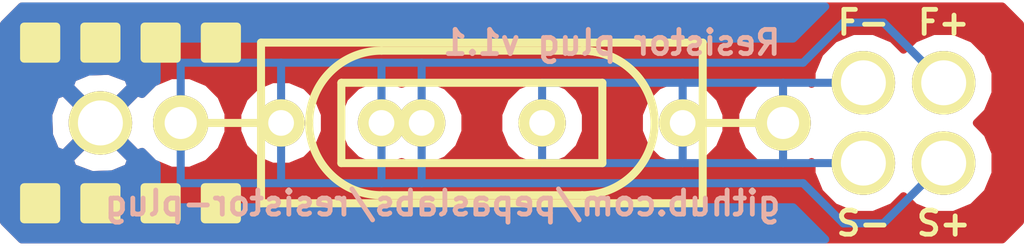
<source format=kicad_pcb>
(kicad_pcb (version 3) (host pcbnew "(22-Jun-2014 BZR 4027)-stable")

  (general
    (links 9)
    (no_connects 0)
    (area 0 0 0 0)
    (thickness 1.6)
    (drawings 6)
    (tracks 34)
    (zones 0)
    (modules 7)
    (nets 4)
  )

  (page A3)
  (layers
    (15 F.Cu signal)
    (0 B.Cu signal)
    (16 B.Adhes user)
    (17 F.Adhes user)
    (18 B.Paste user)
    (19 F.Paste user)
    (20 B.SilkS user)
    (21 F.SilkS user)
    (22 B.Mask user)
    (23 F.Mask user)
    (24 Dwgs.User user)
    (25 Cmts.User user)
    (26 Eco1.User user)
    (27 Eco2.User user)
    (28 Edge.Cuts user)
  )

  (setup
    (last_trace_width 0.254)
    (user_trace_width 0.381)
    (user_trace_width 0.508)
    (user_trace_width 0.635)
    (user_trace_width 0.762)
    (user_trace_width 1.016)
    (user_trace_width 1.27)
    (user_trace_width 2.54)
    (trace_clearance 0.254)
    (zone_clearance 0.508)
    (zone_45_only no)
    (trace_min 0.254)
    (segment_width 0.2)
    (edge_width 0.1)
    (via_size 0.889)
    (via_drill 0.635)
    (via_min_size 0.889)
    (via_min_drill 0.508)
    (uvia_size 0.508)
    (uvia_drill 0.127)
    (uvias_allowed no)
    (uvia_min_size 0.508)
    (uvia_min_drill 0.127)
    (pcb_text_width 0.3)
    (pcb_text_size 1.5 1.5)
    (mod_edge_width 0.254)
    (mod_text_size 1 1)
    (mod_text_width 0.15)
    (pad_size 0.8128 0.8128)
    (pad_drill 0)
    (pad_to_mask_clearance 0)
    (aux_axis_origin 0 0)
    (visible_elements FFFFFFBF)
    (pcbplotparams
      (layerselection 284196865)
      (usegerberextensions true)
      (excludeedgelayer true)
      (linewidth 0.150000)
      (plotframeref false)
      (viasonmask false)
      (mode 1)
      (useauxorigin false)
      (hpglpennumber 1)
      (hpglpenspeed 20)
      (hpglpendiameter 15)
      (hpglpenoverlay 2)
      (psnegative false)
      (psa4output false)
      (plotreference true)
      (plotvalue true)
      (plotothertext true)
      (plotinvisibletext false)
      (padsonsilk false)
      (subtractmaskfromsilk false)
      (outputformat 1)
      (mirror false)
      (drillshape 0)
      (scaleselection 1)
      (outputdirectory gerbers))
  )

  (net 0 "")
  (net 1 GND)
  (net 2 N-000001)
  (net 3 N-000003)

  (net_class Default "This is the default net class."
    (clearance 0.254)
    (trace_width 0.254)
    (via_dia 0.889)
    (via_drill 0.635)
    (uvia_dia 0.508)
    (uvia_drill 0.127)
    (add_net "")
    (add_net GND)
    (add_net N-000001)
    (add_net N-000003)
  )

  (module R_BOX_HERMETIC_AXIAL_05_PL (layer F.Cu) (tedit 5AECE034) (tstamp 5AECDFA5)
    (at 168.91 96.52)
    (descr "Fits Vishay foil, Vishay hermetic, AE foil, and axial resistors.  0.15\", 0.2\" and 0.5\" lead spacing.")
    (path /5AECDEDF)
    (fp_text reference R1 (at -2.54 -3.048) (layer F.SilkS) hide
      (effects (font (size 0.762 0.762) (thickness 0.1524)))
    )
    (fp_text value R (at 3.175 -3.048) (layer F.SilkS) hide
      (effects (font (size 0.762 0.762) (thickness 0.1524)))
    )
    (fp_line (start 3.81 1.27) (end -4.445 1.27) (layer F.SilkS) (width 0.254))
    (fp_line (start -4.445 -1.27) (end 3.81 -1.27) (layer F.SilkS) (width 0.254))
    (fp_line (start 3.175 2.286) (end -3.175 2.286) (layer F.SilkS) (width 0.254))
    (fp_line (start -3.175 -2.286) (end 3.175 -2.286) (layer F.SilkS) (width 0.254))
    (fp_arc (start 3.175 0) (end 3.175 -2.286) (angle 90) (layer F.SilkS) (width 0.254))
    (fp_arc (start 3.175 0) (end 5.461 0) (angle 90) (layer F.SilkS) (width 0.254))
    (fp_arc (start -3.175 0) (end -3.175 2.286) (angle 90) (layer F.SilkS) (width 0.254))
    (fp_arc (start -3.175 0) (end -5.461 0) (angle 90) (layer F.SilkS) (width 0.254))
    (fp_arc (start 3.175 0) (end 3.175 -2.286) (angle 90) (layer F.SilkS) (width 0.254))
    (fp_line (start 3.81 -1.27) (end 3.81 1.27) (layer F.SilkS) (width 0.254))
    (fp_line (start -4.445 1.27) (end -4.445 -1.27) (layer F.SilkS) (width 0.254))
    (pad 1 thru_hole circle (at -3.175 0) (size 1.4986 1.4986) (drill 0.8128)
      (layers *.Cu *.Mask F.SilkS)
      (net 3 N-000003)
    )
    (pad 2 thru_hole circle (at 1.905 0) (size 1.4986 1.4986) (drill 0.8128)
      (layers *.Cu *.Mask F.SilkS)
      (net 2 N-000001)
    )
    (pad 1 thru_hole circle (at -1.905 0) (size 1.4986 1.4986) (drill 0.8128)
      (layers *.Cu *.Mask F.SilkS)
      (net 3 N-000003)
    )
    (pad 2 thru_hole circle (at 6.35 0) (size 1.4986 1.4986) (drill 0.8128)
      (layers *.Cu *.Mask F.SilkS)
      (net 2 N-000001)
    )
    (pad 1 thru_hole circle (at -6.35 0) (size 1.4986 1.4986) (drill 0.8128)
      (layers *.Cu *.Mask F.SilkS)
      (net 3 N-000003)
    )
  )

  (module 1pin_056_079 (layer F.Cu) (tedit 5AE41053) (tstamp 5AECDFAA)
    (at 156.845 96.52)
    (descr "1 pin, 0.056\" drill, 0.079\" round pad")
    (path /5AECDDAC)
    (fp_text reference P1 (at 0 -2.54) (layer F.SilkS) hide
      (effects (font (size 1.016 1.016) (thickness 0.254)))
    )
    (fp_text value CONN_1X1 (at 0 2.54) (layer F.SilkS) hide
      (effects (font (size 1.016 1.016) (thickness 0.254)))
    )
    (pad 1 thru_hole circle (at 0 0) (size 2.0066 2.0066) (drill 1.4224)
      (layers *.Cu *.Mask F.SilkS)
      (net 1 GND)
    )
  )

  (module 1pin_056_079 (layer F.Cu) (tedit 5AE41053) (tstamp 5AECDFAF)
    (at 183.515 97.79)
    (descr "1 pin, 0.056\" drill, 0.079\" round pad")
    (path /5AECDEF8)
    (fp_text reference P4 (at 0 -2.54) (layer F.SilkS) hide
      (effects (font (size 1.016 1.016) (thickness 0.254)))
    )
    (fp_text value CONN_1X1 (at 0 2.54) (layer F.SilkS) hide
      (effects (font (size 1.016 1.016) (thickness 0.254)))
    )
    (pad 1 thru_hole circle (at 0 0) (size 2.0066 2.0066) (drill 1.4224)
      (layers *.Cu *.Mask F.SilkS)
      (net 3 N-000003)
    )
  )

  (module 1pin_056_079 (layer F.Cu) (tedit 5AE41053) (tstamp 5AECDFB4)
    (at 183.515 95.25)
    (descr "1 pin, 0.056\" drill, 0.079\" round pad")
    (path /5AECDF0F)
    (fp_text reference P2 (at 0 -2.54) (layer F.SilkS) hide
      (effects (font (size 1.016 1.016) (thickness 0.254)))
    )
    (fp_text value CONN_1X1 (at 0 2.54) (layer F.SilkS) hide
      (effects (font (size 1.016 1.016) (thickness 0.254)))
    )
    (pad 1 thru_hole circle (at 0 0) (size 2.0066 2.0066) (drill 1.4224)
      (layers *.Cu *.Mask F.SilkS)
      (net 3 N-000003)
    )
  )

  (module 1pin_056_079 (layer F.Cu) (tedit 5AE41053) (tstamp 5AECDFB9)
    (at 180.975 95.25)
    (descr "1 pin, 0.056\" drill, 0.079\" round pad")
    (path /5AECDF15)
    (fp_text reference P5 (at 0 -2.54) (layer F.SilkS) hide
      (effects (font (size 1.016 1.016) (thickness 0.254)))
    )
    (fp_text value CONN_1X1 (at 0 2.54) (layer F.SilkS) hide
      (effects (font (size 1.016 1.016) (thickness 0.254)))
    )
    (pad 1 thru_hole circle (at 0 0) (size 2.0066 2.0066) (drill 1.4224)
      (layers *.Cu *.Mask F.SilkS)
      (net 2 N-000001)
    )
  )

  (module 1pin_056_079 (layer F.Cu) (tedit 5AE41053) (tstamp 5AECDFBE)
    (at 180.975 97.79)
    (descr "1 pin, 0.056\" drill, 0.079\" round pad")
    (path /5AECDF1B)
    (fp_text reference P3 (at 0 -2.54) (layer F.SilkS) hide
      (effects (font (size 1.016 1.016) (thickness 0.254)))
    )
    (fp_text value CONN_1X1 (at 0 2.54) (layer F.SilkS) hide
      (effects (font (size 1.016 1.016) (thickness 0.254)))
    )
    (pad 1 thru_hole circle (at 0 0) (size 2.0066 2.0066) (drill 1.4224)
      (layers *.Cu *.Mask F.SilkS)
      (net 2 N-000001)
    )
  )

  (module R_AXIAL_WW_069A_075_PL (layer F.Cu) (tedit 5AECE043) (tstamp 5AECE01F)
    (at 159.385 96.52)
    (descr "Resistor Axial Wirewound 0.75\"")
    (tags R)
    (path /5AECDFC3)
    (autoplace_cost180 10)
    (fp_text reference R2 (at 5.715 0) (layer F.SilkS) hide
      (effects (font (size 0.762 0.762) (thickness 0.1524)))
    )
    (fp_text value R (at 13.335 0) (layer F.SilkS) hide
      (effects (font (size 0.762 0.762) (thickness 0.1524)))
    )
    (fp_line (start 2.54 2.54) (end 2.54 -2.54) (layer F.SilkS) (width 0.254))
    (fp_line (start 16.51 -2.54) (end 16.51 2.54) (layer F.SilkS) (width 0.254))
    (fp_line (start 16.51 0) (end 19.05 0) (layer F.SilkS) (width 0.254))
    (fp_line (start 0 0) (end 2.54 0) (layer F.SilkS) (width 0.254))
    (fp_line (start 2.54 -2.54) (end 16.51 -2.54) (layer F.SilkS) (width 0.254))
    (fp_line (start 16.51 2.54) (end 2.54 2.54) (layer F.SilkS) (width 0.254))
    (pad 1 thru_hole circle (at 0 0) (size 1.7526 1.7526) (drill 1.016)
      (layers *.Cu *.Mask F.SilkS)
      (net 3 N-000003)
    )
    (pad 2 thru_hole circle (at 19.05 0) (size 1.7526 1.7526) (drill 1.016)
      (layers *.Cu *.Mask F.SilkS)
      (net 2 N-000001)
    )
    (model discret/resistor.wrl
      (at (xyz 0 0 0))
      (scale (xyz 0.4 0.4 0.4))
      (rotate (xyz 0 0 0))
    )
  )

  (gr_text "Resistor plug v1.1" (at 178.435 93.98) (layer B.SilkS)
    (effects (font (size 0.762 0.762) (thickness 0.1524)) (justify left mirror))
  )
  (gr_text github.com/pepaslabs/resistor-plug (at 178.435 99.06) (layer B.SilkS)
    (effects (font (size 0.762 0.762) (thickness 0.1524)) (justify left mirror))
  )
  (gr_text S- (at 180.975 99.695) (layer F.SilkS)
    (effects (font (size 0.762 0.762) (thickness 0.1524)))
  )
  (gr_text S+ (at 183.515 99.695) (layer F.SilkS)
    (effects (font (size 0.762 0.762) (thickness 0.1524)))
  )
  (gr_text F- (at 180.975 93.345) (layer F.SilkS)
    (effects (font (size 0.762 0.762) (thickness 0.1524)))
  )
  (gr_text F+ (at 183.515 93.345) (layer F.SilkS)
    (effects (font (size 0.762 0.762) (thickness 0.1524)))
  )

  (segment (start 175.26 97.79) (end 170.815 97.79) (width 0.254) (layer B.Cu) (net 2))
  (segment (start 170.815 97.79) (end 170.815 96.52) (width 0.254) (layer B.Cu) (net 2) (tstamp 5AECE2DF))
  (segment (start 178.435 97.79) (end 175.26 97.79) (width 0.254) (layer B.Cu) (net 2))
  (segment (start 175.26 97.79) (end 175.26 96.52) (width 0.254) (layer B.Cu) (net 2) (tstamp 5AECE2DB))
  (segment (start 175.26 95.25) (end 170.815 95.25) (width 0.254) (layer B.Cu) (net 2))
  (segment (start 170.815 95.25) (end 170.815 96.52) (width 0.254) (layer B.Cu) (net 2) (tstamp 5AECE2C8))
  (segment (start 178.435 95.25) (end 175.26 95.25) (width 0.254) (layer B.Cu) (net 2))
  (segment (start 175.26 95.25) (end 175.26 96.52) (width 0.254) (layer B.Cu) (net 2) (tstamp 5AECE2C4))
  (segment (start 180.975 97.79) (end 178.435 97.79) (width 0.254) (layer B.Cu) (net 2))
  (segment (start 178.435 97.79) (end 178.435 96.52) (width 0.254) (layer B.Cu) (net 2) (tstamp 5AECE2C0))
  (segment (start 180.975 95.25) (end 178.435 95.25) (width 0.254) (layer B.Cu) (net 2))
  (segment (start 178.435 95.25) (end 178.435 96.52) (width 0.254) (layer B.Cu) (net 2) (tstamp 5AECE2BB))
  (segment (start 162.56 94.615) (end 159.385 94.615) (width 0.254) (layer B.Cu) (net 3))
  (segment (start 159.385 94.615) (end 159.385 96.52) (width 0.254) (layer B.Cu) (net 3) (tstamp 5AECE308))
  (segment (start 165.735 94.615) (end 162.56 94.615) (width 0.254) (layer B.Cu) (net 3))
  (segment (start 162.56 94.615) (end 162.56 96.52) (width 0.254) (layer B.Cu) (net 3) (tstamp 5AECE305))
  (segment (start 167.005 94.615) (end 165.735 94.615) (width 0.254) (layer B.Cu) (net 3))
  (segment (start 165.735 94.615) (end 165.735 96.52) (width 0.254) (layer B.Cu) (net 3) (tstamp 5AECE302))
  (segment (start 183.515 95.25) (end 181.61 93.345) (width 0.254) (layer B.Cu) (net 3))
  (segment (start 167.005 94.615) (end 167.005 96.52) (width 0.254) (layer B.Cu) (net 3) (tstamp 5AECE2FE))
  (segment (start 179.07 94.615) (end 167.005 94.615) (width 0.254) (layer B.Cu) (net 3) (tstamp 5AECE2FD))
  (segment (start 180.34 93.345) (end 179.07 94.615) (width 0.254) (layer B.Cu) (net 3) (tstamp 5AECE2FC))
  (segment (start 181.61 93.345) (end 180.34 93.345) (width 0.254) (layer B.Cu) (net 3) (tstamp 5AECE2FA))
  (segment (start 162.56 98.425) (end 159.385 98.425) (width 0.254) (layer B.Cu) (net 3))
  (segment (start 159.385 98.425) (end 159.385 96.52) (width 0.254) (layer B.Cu) (net 3) (tstamp 5AECE2F5))
  (segment (start 165.735 98.425) (end 162.56 98.425) (width 0.254) (layer B.Cu) (net 3))
  (segment (start 162.56 98.425) (end 162.56 96.52) (width 0.254) (layer B.Cu) (net 3) (tstamp 5AECE2F1))
  (segment (start 167.005 98.425) (end 165.735 98.425) (width 0.254) (layer B.Cu) (net 3))
  (segment (start 165.735 98.425) (end 165.735 96.52) (width 0.254) (layer B.Cu) (net 3) (tstamp 5AECE2ED))
  (segment (start 183.515 97.79) (end 181.61 99.695) (width 0.254) (layer B.Cu) (net 3))
  (segment (start 167.005 98.425) (end 167.005 96.52) (width 0.254) (layer B.Cu) (net 3) (tstamp 5AECE2E8))
  (segment (start 179.07 98.425) (end 167.005 98.425) (width 0.254) (layer B.Cu) (net 3) (tstamp 5AECE2E7))
  (segment (start 180.34 99.695) (end 179.07 98.425) (width 0.254) (layer B.Cu) (net 3) (tstamp 5AECE2E6))
  (segment (start 181.61 99.695) (end 180.34 99.695) (width 0.254) (layer B.Cu) (net 3) (tstamp 5AECE2E3))

  (zone (net 1) (net_name GND) (layer F.Cu) (tstamp 5AECE1B7) (hatch edge 0.508)
    (connect_pads (clearance 0.508))
    (min_thickness 0.254)
    (fill (arc_segments 16) (thermal_gap 0.508) (thermal_bridge_width 0.508))
    (polygon
      (pts
        (xy 186.055 99.695) (xy 185.42 100.33) (xy 154.305 100.33) (xy 153.67 99.695) (xy 153.67 93.345)
        (xy 154.305 92.71) (xy 185.42 92.71) (xy 186.055 93.345)
      )
    )
    (filled_polygon
      (pts
        (xy 185.928 99.642395) (xy 185.367395 100.203) (xy 185.153584 100.203) (xy 185.153584 97.465552) (xy 184.904693 96.86319)
        (xy 184.561906 96.519805) (xy 184.903073 96.179234) (xy 185.153015 95.577308) (xy 185.153584 94.925552) (xy 184.904693 94.32319)
        (xy 184.444234 93.861927) (xy 183.842308 93.611985) (xy 183.190552 93.611416) (xy 182.58819 93.860307) (xy 182.244805 94.203093)
        (xy 181.904234 93.861927) (xy 181.302308 93.611985) (xy 180.650552 93.611416) (xy 180.04819 93.860307) (xy 179.586927 94.320766)
        (xy 179.336985 94.922692) (xy 179.336669 95.284076) (xy 179.2922 95.239529) (xy 178.736935 95.008963) (xy 178.135703 95.008438)
        (xy 177.580036 95.238035) (xy 177.154529 95.6628) (xy 176.923963 96.218065) (xy 176.923438 96.819297) (xy 177.153035 97.374964)
        (xy 177.5778 97.800471) (xy 178.133065 98.031037) (xy 178.734297 98.031562) (xy 179.289964 97.801965) (xy 179.336729 97.75528)
        (xy 179.336416 98.114448) (xy 179.585307 98.71681) (xy 180.045766 99.178073) (xy 180.647692 99.428015) (xy 181.299448 99.428584)
        (xy 181.90181 99.179693) (xy 182.245194 98.836906) (xy 182.585766 99.178073) (xy 183.187692 99.428015) (xy 183.839448 99.428584)
        (xy 184.44181 99.179693) (xy 184.903073 98.719234) (xy 185.153015 98.117308) (xy 185.153584 97.465552) (xy 185.153584 100.203)
        (xy 176.64454 100.203) (xy 176.64454 96.245854) (xy 176.434237 95.736881) (xy 176.045167 95.347132) (xy 175.536562 95.135941)
        (xy 174.985854 95.13546) (xy 174.476881 95.345763) (xy 174.087132 95.734833) (xy 173.875941 96.243438) (xy 173.87546 96.794146)
        (xy 174.085763 97.303119) (xy 174.474833 97.692868) (xy 174.983438 97.904059) (xy 175.534146 97.90454) (xy 176.043119 97.694237)
        (xy 176.432868 97.305167) (xy 176.644059 96.796562) (xy 176.64454 96.245854) (xy 176.64454 100.203) (xy 172.19954 100.203)
        (xy 172.19954 96.245854) (xy 171.989237 95.736881) (xy 171.600167 95.347132) (xy 171.091562 95.135941) (xy 170.540854 95.13546)
        (xy 170.031881 95.345763) (xy 169.642132 95.734833) (xy 169.430941 96.243438) (xy 169.43046 96.794146) (xy 169.640763 97.303119)
        (xy 170.029833 97.692868) (xy 170.538438 97.904059) (xy 171.089146 97.90454) (xy 171.598119 97.694237) (xy 171.987868 97.305167)
        (xy 172.199059 96.796562) (xy 172.19954 96.245854) (xy 172.19954 100.203) (xy 168.38954 100.203) (xy 168.38954 96.245854)
        (xy 168.179237 95.736881) (xy 167.790167 95.347132) (xy 167.281562 95.135941) (xy 166.730854 95.13546) (xy 166.369739 95.284669)
        (xy 166.011562 95.135941) (xy 165.460854 95.13546) (xy 164.951881 95.345763) (xy 164.562132 95.734833) (xy 164.350941 96.243438)
        (xy 164.35046 96.794146) (xy 164.560763 97.303119) (xy 164.949833 97.692868) (xy 165.458438 97.904059) (xy 166.009146 97.90454)
        (xy 166.37026 97.75533) (xy 166.728438 97.904059) (xy 167.279146 97.90454) (xy 167.788119 97.694237) (xy 168.177868 97.305167)
        (xy 168.389059 96.796562) (xy 168.38954 96.245854) (xy 168.38954 100.203) (xy 163.94454 100.203) (xy 163.94454 96.245854)
        (xy 163.734237 95.736881) (xy 163.345167 95.347132) (xy 162.836562 95.135941) (xy 162.285854 95.13546) (xy 161.776881 95.345763)
        (xy 161.387132 95.734833) (xy 161.175941 96.243438) (xy 161.17546 96.794146) (xy 161.385763 97.303119) (xy 161.774833 97.692868)
        (xy 162.283438 97.904059) (xy 162.834146 97.90454) (xy 163.343119 97.694237) (xy 163.732868 97.305167) (xy 163.944059 96.796562)
        (xy 163.94454 96.245854) (xy 163.94454 100.203) (xy 160.896562 100.203) (xy 160.896562 96.220703) (xy 160.666965 95.665036)
        (xy 160.2422 95.239529) (xy 159.686935 95.008963) (xy 159.085703 95.008438) (xy 158.530036 95.238035) (xy 158.162473 95.604956)
        (xy 157.999918 95.544687) (xy 157.820313 95.724292) (xy 157.820313 95.365082) (xy 157.721247 95.097884) (xy 157.110326 94.870811)
        (xy 156.459012 94.894812) (xy 155.968753 95.097884) (xy 155.869687 95.365082) (xy 156.845 96.340395) (xy 157.820313 95.365082)
        (xy 157.820313 95.724292) (xy 157.024605 96.52) (xy 157.999918 97.495313) (xy 158.162865 97.434898) (xy 158.5278 97.800471)
        (xy 159.083065 98.031037) (xy 159.684297 98.031562) (xy 160.239964 97.801965) (xy 160.665471 97.3772) (xy 160.896037 96.821935)
        (xy 160.896562 96.220703) (xy 160.896562 100.203) (xy 157.820313 100.203) (xy 157.820313 97.674918) (xy 156.845 96.699605)
        (xy 156.665395 96.87921) (xy 156.665395 96.52) (xy 155.690082 95.544687) (xy 155.422884 95.643753) (xy 155.195811 96.254674)
        (xy 155.219812 96.905988) (xy 155.422884 97.396247) (xy 155.690082 97.495313) (xy 156.665395 96.52) (xy 156.665395 96.87921)
        (xy 155.869687 97.674918) (xy 155.968753 97.942116) (xy 156.579674 98.169189) (xy 157.230988 98.145188) (xy 157.721247 97.942116)
        (xy 157.820313 97.674918) (xy 157.820313 100.203) (xy 154.357605 100.203) (xy 153.797 99.642395) (xy 153.797 93.397605)
        (xy 154.357605 92.837) (xy 185.367395 92.837) (xy 185.928 93.397605) (xy 185.928 99.642395)
      )
    )
  )
  (zone (net 1) (net_name GND) (layer B.Cu) (tstamp 5AECE330) (hatch edge 0.508)
    (connect_pads (clearance 0.508))
    (min_thickness 0.254)
    (fill (arc_segments 16) (thermal_gap 0.508) (thermal_bridge_width 0.508))
    (polygon
      (pts
        (xy 186.055 99.695) (xy 185.42 100.33) (xy 154.305 100.33) (xy 153.67 99.695) (xy 153.67 93.345)
        (xy 154.305 92.71) (xy 185.42 92.71) (xy 186.055 93.345)
      )
    )
    (filled_polygon
      (pts
        (xy 179.770369 100.203) (xy 157.820313 100.203) (xy 157.820313 97.674918) (xy 156.845 96.699605) (xy 156.665395 96.87921)
        (xy 156.665395 96.52) (xy 155.690082 95.544687) (xy 155.422884 95.643753) (xy 155.195811 96.254674) (xy 155.219812 96.905988)
        (xy 155.422884 97.396247) (xy 155.690082 97.495313) (xy 156.665395 96.52) (xy 156.665395 96.87921) (xy 155.869687 97.674918)
        (xy 155.968753 97.942116) (xy 156.579674 98.169189) (xy 157.230988 98.145188) (xy 157.721247 97.942116) (xy 157.820313 97.674918)
        (xy 157.820313 100.203) (xy 154.357605 100.203) (xy 153.797 99.642395) (xy 153.797 93.397605) (xy 154.357605 92.837)
        (xy 179.770369 92.837) (xy 178.754369 93.853) (xy 167.005 93.853) (xy 165.735 93.853) (xy 162.56 93.853)
        (xy 159.385 93.853) (xy 159.093395 93.911004) (xy 158.846185 94.076185) (xy 158.681004 94.323395) (xy 158.623 94.615)
        (xy 158.623 95.199623) (xy 158.530036 95.238035) (xy 158.162473 95.604956) (xy 157.999918 95.544687) (xy 157.820313 95.724292)
        (xy 157.820313 95.365082) (xy 157.721247 95.097884) (xy 157.110326 94.870811) (xy 156.459012 94.894812) (xy 155.968753 95.097884)
        (xy 155.869687 95.365082) (xy 156.845 96.340395) (xy 157.820313 95.365082) (xy 157.820313 95.724292) (xy 157.024605 96.52)
        (xy 157.999918 97.495313) (xy 158.162865 97.434898) (xy 158.5278 97.800471) (xy 158.623 97.840001) (xy 158.623 98.425)
        (xy 158.681004 98.716605) (xy 158.846185 98.963815) (xy 159.093395 99.128996) (xy 159.385 99.187) (xy 162.56 99.187)
        (xy 165.735 99.187) (xy 167.005 99.187) (xy 178.754369 99.187) (xy 179.770369 100.203)
      )
    )
  )
  (zone (net 0) (net_name "") (layer F.SilkS) (tstamp 5AECE554) (hatch edge 0.508)
    (connect_pads (clearance 0.508))
    (min_thickness 0.254)
    (fill (arc_segments 16) (thermal_gap 0.508) (thermal_bridge_width 0.508))
    (polygon
      (pts
        (xy 155.575 94.615) (xy 154.305 94.615) (xy 154.305 93.345) (xy 155.575 93.345)
      )
    )
    (filled_polygon
      (pts
        (xy 155.448 94.488) (xy 154.432 94.488) (xy 154.432 93.472) (xy 155.448 93.472) (xy 155.448 94.488)
      )
    )
  )
  (zone (net 0) (net_name "") (layer F.SilkS) (tstamp 5AECE55D) (hatch edge 0.508)
    (connect_pads (clearance 0.508))
    (min_thickness 0.254)
    (fill (arc_segments 16) (thermal_gap 0.508) (thermal_bridge_width 0.508))
    (polygon
      (pts
        (xy 157.48 94.615) (xy 156.21 94.615) (xy 156.21 93.345) (xy 157.48 93.345)
      )
    )
    (filled_polygon
      (pts
        (xy 157.353 94.488) (xy 156.337 94.488) (xy 156.337 93.472) (xy 157.353 93.472) (xy 157.353 94.488)
      )
    )
  )
  (zone (net 0) (net_name "") (layer F.SilkS) (tstamp 5AECE564) (hatch edge 0.508)
    (connect_pads (clearance 0.508))
    (min_thickness 0.254)
    (fill (arc_segments 16) (thermal_gap 0.508) (thermal_bridge_width 0.508))
    (polygon
      (pts
        (xy 159.385 94.615) (xy 158.115 94.615) (xy 158.115 93.345) (xy 159.385 93.345)
      )
    )
    (filled_polygon
      (pts
        (xy 159.258 94.488) (xy 158.242 94.488) (xy 158.242 93.472) (xy 159.258 93.472) (xy 159.258 94.488)
      )
    )
  )
  (zone (net 0) (net_name "") (layer F.SilkS) (tstamp 5AECE56B) (hatch edge 0.508)
    (connect_pads (clearance 0.508))
    (min_thickness 0.254)
    (fill (arc_segments 16) (thermal_gap 0.508) (thermal_bridge_width 0.508))
    (polygon
      (pts
        (xy 161.29 94.615) (xy 160.02 94.615) (xy 160.02 93.345) (xy 161.29 93.345)
      )
    )
    (filled_polygon
      (pts
        (xy 161.163 94.488) (xy 160.147 94.488) (xy 160.147 93.472) (xy 161.163 93.472) (xy 161.163 94.488)
      )
    )
  )
  (zone (net 0) (net_name "") (layer F.SilkS) (tstamp 5AECE577) (hatch edge 0.508)
    (connect_pads (clearance 0.508))
    (min_thickness 0.254)
    (fill (arc_segments 16) (thermal_gap 0.508) (thermal_bridge_width 0.508))
    (polygon
      (pts
        (xy 155.575 99.695) (xy 154.305 99.695) (xy 154.305 98.425) (xy 155.575 98.425)
      )
    )
    (filled_polygon
      (pts
        (xy 155.448 99.568) (xy 154.432 99.568) (xy 154.432 98.552) (xy 155.448 98.552) (xy 155.448 99.568)
      )
    )
  )
  (zone (net 0) (net_name "") (layer F.SilkS) (tstamp 5AECE580) (hatch edge 0.508)
    (connect_pads (clearance 0.508))
    (min_thickness 0.254)
    (fill (arc_segments 16) (thermal_gap 0.508) (thermal_bridge_width 0.508))
    (polygon
      (pts
        (xy 157.48 99.695) (xy 156.21 99.695) (xy 156.21 98.425) (xy 157.48 98.425)
      )
    )
    (filled_polygon
      (pts
        (xy 157.353 99.568) (xy 156.337 99.568) (xy 156.337 98.552) (xy 157.353 98.552) (xy 157.353 99.568)
      )
    )
  )
  (zone (net 0) (net_name "") (layer F.SilkS) (tstamp 5AECE589) (hatch edge 0.508)
    (connect_pads (clearance 0.508))
    (min_thickness 0.254)
    (fill (arc_segments 16) (thermal_gap 0.508) (thermal_bridge_width 0.508))
    (polygon
      (pts
        (xy 159.385 99.695) (xy 158.115 99.695) (xy 158.115 98.425) (xy 159.385 98.425)
      )
    )
    (filled_polygon
      (pts
        (xy 159.258 99.568) (xy 158.242 99.568) (xy 158.242 98.552) (xy 159.258 98.552) (xy 159.258 99.568)
      )
    )
  )
  (zone (net 0) (net_name "") (layer F.SilkS) (tstamp 5AECE591) (hatch edge 0.508)
    (connect_pads (clearance 0.508))
    (min_thickness 0.254)
    (fill (arc_segments 16) (thermal_gap 0.508) (thermal_bridge_width 0.508))
    (polygon
      (pts
        (xy 161.29 99.695) (xy 160.02 99.695) (xy 160.02 98.425) (xy 161.29 98.425)
      )
    )
    (filled_polygon
      (pts
        (xy 161.163 99.568) (xy 160.147 99.568) (xy 160.147 98.552) (xy 161.163 98.552) (xy 161.163 99.568)
      )
    )
  )
)

</source>
